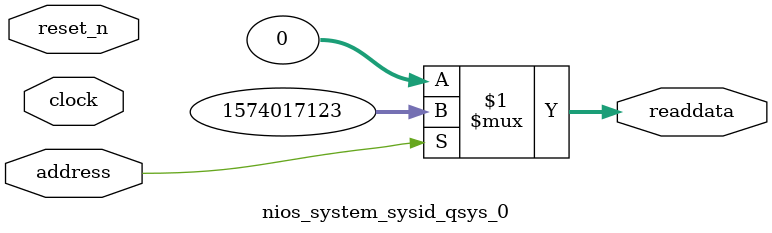
<source format=v>



// synthesis translate_off
`timescale 1ns / 1ps
// synthesis translate_on

// turn off superfluous verilog processor warnings 
// altera message_level Level1 
// altera message_off 10034 10035 10036 10037 10230 10240 10030 

module nios_system_sysid_qsys_0 (
               // inputs:
                address,
                clock,
                reset_n,

               // outputs:
                readdata
             )
;

  output  [ 31: 0] readdata;
  input            address;
  input            clock;
  input            reset_n;

  wire    [ 31: 0] readdata;
  //control_slave, which is an e_avalon_slave
  assign readdata = address ? 1574017123 : 0;

endmodule



</source>
